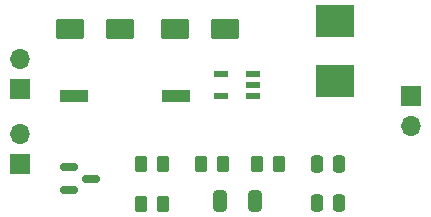
<source format=gbr>
%TF.GenerationSoftware,KiCad,Pcbnew,8.0.6*%
%TF.CreationDate,2024-11-26T14:09:56+01:00*%
%TF.ProjectId,Tiny Solar Supply,54696e79-2053-46f6-9c61-722053757070,rev?*%
%TF.SameCoordinates,Original*%
%TF.FileFunction,Soldermask,Top*%
%TF.FilePolarity,Negative*%
%FSLAX46Y46*%
G04 Gerber Fmt 4.6, Leading zero omitted, Abs format (unit mm)*
G04 Created by KiCad (PCBNEW 8.0.6) date 2024-11-26 14:09:56*
%MOMM*%
%LPD*%
G01*
G04 APERTURE LIST*
G04 Aperture macros list*
%AMRoundRect*
0 Rectangle with rounded corners*
0 $1 Rounding radius*
0 $2 $3 $4 $5 $6 $7 $8 $9 X,Y pos of 4 corners*
0 Add a 4 corners polygon primitive as box body*
4,1,4,$2,$3,$4,$5,$6,$7,$8,$9,$2,$3,0*
0 Add four circle primitives for the rounded corners*
1,1,$1+$1,$2,$3*
1,1,$1+$1,$4,$5*
1,1,$1+$1,$6,$7*
1,1,$1+$1,$8,$9*
0 Add four rect primitives between the rounded corners*
20,1,$1+$1,$2,$3,$4,$5,0*
20,1,$1+$1,$4,$5,$6,$7,0*
20,1,$1+$1,$6,$7,$8,$9,0*
20,1,$1+$1,$8,$9,$2,$3,0*%
G04 Aperture macros list end*
%ADD10RoundRect,0.250000X-0.250000X-0.475000X0.250000X-0.475000X0.250000X0.475000X-0.250000X0.475000X0*%
%ADD11RoundRect,0.250000X-0.262500X-0.450000X0.262500X-0.450000X0.262500X0.450000X-0.262500X0.450000X0*%
%ADD12RoundRect,0.250000X0.262500X0.450000X-0.262500X0.450000X-0.262500X-0.450000X0.262500X-0.450000X0*%
%ADD13R,1.700000X1.700000*%
%ADD14O,1.700000X1.700000*%
%ADD15R,3.302000X2.667000*%
%ADD16RoundRect,0.102000X1.060000X0.750000X-1.060000X0.750000X-1.060000X-0.750000X1.060000X-0.750000X0*%
%ADD17RoundRect,0.150000X-0.587500X-0.150000X0.587500X-0.150000X0.587500X0.150000X-0.587500X0.150000X0*%
%ADD18R,1.181100X0.558800*%
%ADD19RoundRect,0.250000X0.250000X0.475000X-0.250000X0.475000X-0.250000X-0.475000X0.250000X-0.475000X0*%
%ADD20RoundRect,0.250000X0.325000X0.650000X-0.325000X0.650000X-0.325000X-0.650000X0.325000X-0.650000X0*%
%ADD21R,2.440000X1.120000*%
G04 APERTURE END LIST*
D10*
%TO.C,C3*%
X73345000Y-110025000D03*
X75245000Y-110025000D03*
%TD*%
D11*
%TO.C,R2*%
X63580000Y-106680000D03*
X65405000Y-106680000D03*
%TD*%
D12*
%TO.C,R3*%
X60325000Y-106680000D03*
X58500000Y-106680000D03*
%TD*%
D13*
%TO.C,J4*%
X48260000Y-100330000D03*
D14*
X48260000Y-97790000D03*
%TD*%
D15*
%TO.C,L1*%
X74930000Y-94589600D03*
X74930000Y-99720400D03*
%TD*%
D16*
%TO.C,D2*%
X52495000Y-95250000D03*
X56725000Y-95250000D03*
%TD*%
D13*
%TO.C,J1*%
X81350000Y-100960000D03*
D14*
X81350000Y-103500000D03*
%TD*%
D11*
%TO.C,R1*%
X68302500Y-106680000D03*
X70127500Y-106680000D03*
%TD*%
%TO.C,R4*%
X58500000Y-110055000D03*
X60325000Y-110055000D03*
%TD*%
D17*
%TO.C,Q1*%
X52402500Y-107000000D03*
X52402500Y-108900000D03*
X54277500Y-107950000D03*
%TD*%
D18*
%TO.C,U1*%
X67945000Y-100960002D03*
X67945000Y-100010001D03*
X67945000Y-99060000D03*
X65214500Y-99060000D03*
X65214500Y-100960002D03*
%TD*%
D16*
%TO.C,D1*%
X61385000Y-95250000D03*
X65615000Y-95250000D03*
%TD*%
D19*
%TO.C,C1*%
X75245000Y-106680000D03*
X73345000Y-106680000D03*
%TD*%
D13*
%TO.C,J2*%
X48260000Y-106685000D03*
D14*
X48260000Y-104145000D03*
%TD*%
D20*
%TO.C,C2*%
X68150000Y-109855000D03*
X65200000Y-109855000D03*
%TD*%
D21*
%TO.C,J3*%
X61455000Y-100965000D03*
X52845000Y-100965000D03*
%TD*%
M02*

</source>
